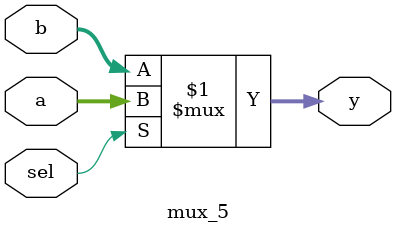
<source format=v>
`timescale 1ns / 1ps


module mux_5(
    input [4:0] a,
    input [4:0] b,
    input sel,
    output [4:0] y
);
    assign y = sel ? a : b;
endmodule
</source>
